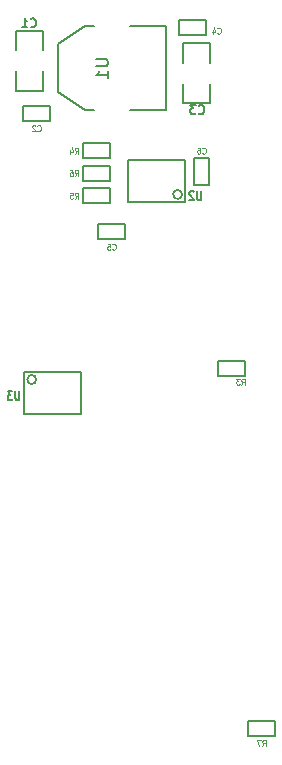
<source format=gbo>
%FSLAX46Y46*%
G04 Gerber Fmt 4.6, Leading zero omitted, Abs format (unit mm)*
G04 Created by KiCad (PCBNEW (2014-08-05 BZR 5054)-product) date sáb 13 sep 2014 12:17:28 COT*
%MOMM*%
G01*
G04 APERTURE LIST*
%ADD10C,0.100000*%
%ADD11C,0.127000*%
%ADD12C,0.203200*%
%ADD13C,0.114300*%
%ADD14C,0.158750*%
%ADD15C,0.160020*%
G04 APERTURE END LIST*
D10*
D11*
X133858000Y-88900000D02*
X131572000Y-88900000D01*
X131572000Y-88900000D02*
X131572000Y-87249000D01*
X133858000Y-85471000D02*
X133858000Y-83820000D01*
X133858000Y-83820000D02*
X131572000Y-83820000D01*
X131572000Y-83820000D02*
X131572000Y-85471000D01*
X133858000Y-87249000D02*
X133858000Y-88900000D01*
X134493000Y-90170000D02*
X132207000Y-90170000D01*
X132207000Y-90170000D02*
X132207000Y-91440000D01*
X132207000Y-91440000D02*
X134493000Y-91440000D01*
X134493000Y-91440000D02*
X134493000Y-90170000D01*
X148019900Y-89951000D02*
X145733900Y-89951000D01*
X145733900Y-89951000D02*
X145733900Y-88300000D01*
X148019900Y-86522000D02*
X148019900Y-84871000D01*
X148019900Y-84871000D02*
X145733900Y-84871000D01*
X145733900Y-84871000D02*
X145733900Y-86522000D01*
X148019900Y-88300000D02*
X148019900Y-89951000D01*
X145393400Y-84181200D02*
X147679400Y-84181200D01*
X147679400Y-84181200D02*
X147679400Y-82911200D01*
X147679400Y-82911200D02*
X145393400Y-82911200D01*
X145393400Y-82911200D02*
X145393400Y-84181200D01*
D12*
X141224000Y-83439000D02*
X144272000Y-83439000D01*
X144272000Y-83439000D02*
X144272000Y-90551000D01*
X144272000Y-90551000D02*
X141224000Y-90551000D01*
X138176000Y-83439000D02*
X137414000Y-83439000D01*
X137414000Y-83439000D02*
X135128000Y-84963000D01*
X135128000Y-84963000D02*
X135128000Y-89027000D01*
X135128000Y-89027000D02*
X137414000Y-90551000D01*
X137414000Y-90551000D02*
X138176000Y-90551000D01*
D11*
X140843000Y-100213300D02*
X138557000Y-100213300D01*
X138557000Y-100213300D02*
X138557000Y-101483300D01*
X138557000Y-101483300D02*
X140843000Y-101483300D01*
X140843000Y-101483300D02*
X140843000Y-100213300D01*
X146646600Y-94567000D02*
X146646600Y-96853000D01*
X146646600Y-96853000D02*
X147916600Y-96853000D01*
X147916600Y-96853000D02*
X147916600Y-94567000D01*
X147916600Y-94567000D02*
X146646600Y-94567000D01*
D12*
X145923000Y-94742000D02*
X141097000Y-94742000D01*
X141097000Y-94742000D02*
X141097000Y-98298000D01*
X141097000Y-98298000D02*
X145923000Y-98298000D01*
X145923000Y-98298000D02*
X145923000Y-94742000D01*
X145669000Y-97663000D02*
G75*
G03X145669000Y-97663000I-381000J0D01*
G74*
G01*
D11*
X148717000Y-113030000D02*
X151003000Y-113030000D01*
X151003000Y-113030000D02*
X151003000Y-111760000D01*
X151003000Y-111760000D02*
X148717000Y-111760000D01*
X148717000Y-111760000D02*
X148717000Y-113030000D01*
X139573000Y-93345000D02*
X137287000Y-93345000D01*
X137287000Y-93345000D02*
X137287000Y-94615000D01*
X137287000Y-94615000D02*
X139573000Y-94615000D01*
X139573000Y-94615000D02*
X139573000Y-93345000D01*
X137287000Y-98425000D02*
X139573000Y-98425000D01*
X139573000Y-98425000D02*
X139573000Y-97155000D01*
X139573000Y-97155000D02*
X137287000Y-97155000D01*
X137287000Y-97155000D02*
X137287000Y-98425000D01*
X137287000Y-96520000D02*
X139573000Y-96520000D01*
X139573000Y-96520000D02*
X139573000Y-95250000D01*
X139573000Y-95250000D02*
X137287000Y-95250000D01*
X137287000Y-95250000D02*
X137287000Y-96520000D01*
D12*
X132308000Y-116260500D02*
X137134000Y-116260500D01*
X137134000Y-116260500D02*
X137134000Y-112704500D01*
X137134000Y-112704500D02*
X132308000Y-112704500D01*
X132308000Y-112704500D02*
X132308000Y-116260500D01*
X133324000Y-113339500D02*
G75*
G03X133324000Y-113339500I-381000J0D01*
G74*
G01*
D11*
X153543000Y-142240000D02*
X151257000Y-142240000D01*
X151257000Y-142240000D02*
X151257000Y-143510000D01*
X151257000Y-143510000D02*
X153543000Y-143510000D01*
X153543000Y-143510000D02*
X153543000Y-142240000D01*
X132842000Y-83457143D02*
X132878286Y-83493429D01*
X132987143Y-83529714D01*
X133059714Y-83529714D01*
X133168571Y-83493429D01*
X133241143Y-83420857D01*
X133277428Y-83348286D01*
X133313714Y-83203143D01*
X133313714Y-83094286D01*
X133277428Y-82949143D01*
X133241143Y-82876571D01*
X133168571Y-82804000D01*
X133059714Y-82767714D01*
X132987143Y-82767714D01*
X132878286Y-82804000D01*
X132842000Y-82840286D01*
X132116286Y-83529714D02*
X132551714Y-83529714D01*
X132334000Y-83529714D02*
X132334000Y-82767714D01*
X132406571Y-82876571D01*
X132479143Y-82949143D01*
X132551714Y-82985429D01*
D13*
X133426200Y-92256429D02*
X133447971Y-92280619D01*
X133513285Y-92304810D01*
X133556828Y-92304810D01*
X133622143Y-92280619D01*
X133665685Y-92232238D01*
X133687457Y-92183857D01*
X133709228Y-92087095D01*
X133709228Y-92014524D01*
X133687457Y-91917762D01*
X133665685Y-91869381D01*
X133622143Y-91821000D01*
X133556828Y-91796810D01*
X133513285Y-91796810D01*
X133447971Y-91821000D01*
X133426200Y-91845190D01*
X133252028Y-91845190D02*
X133230257Y-91821000D01*
X133186714Y-91796810D01*
X133077857Y-91796810D01*
X133034314Y-91821000D01*
X133012543Y-91845190D01*
X132990771Y-91893571D01*
X132990771Y-91941952D01*
X133012543Y-92014524D01*
X133273800Y-92304810D01*
X132990771Y-92304810D01*
D11*
X147085900Y-90789743D02*
X147122186Y-90826029D01*
X147231043Y-90862314D01*
X147303614Y-90862314D01*
X147412471Y-90826029D01*
X147485043Y-90753457D01*
X147521328Y-90680886D01*
X147557614Y-90535743D01*
X147557614Y-90426886D01*
X147521328Y-90281743D01*
X147485043Y-90209171D01*
X147412471Y-90136600D01*
X147303614Y-90100314D01*
X147231043Y-90100314D01*
X147122186Y-90136600D01*
X147085900Y-90172886D01*
X146831900Y-90100314D02*
X146360186Y-90100314D01*
X146614186Y-90390600D01*
X146505328Y-90390600D01*
X146432757Y-90426886D01*
X146396471Y-90463171D01*
X146360186Y-90535743D01*
X146360186Y-90717171D01*
X146396471Y-90789743D01*
X146432757Y-90826029D01*
X146505328Y-90862314D01*
X146723043Y-90862314D01*
X146795614Y-90826029D01*
X146831900Y-90789743D01*
D13*
X148666200Y-84001429D02*
X148687971Y-84025619D01*
X148753285Y-84049810D01*
X148796828Y-84049810D01*
X148862143Y-84025619D01*
X148905685Y-83977238D01*
X148927457Y-83928857D01*
X148949228Y-83832095D01*
X148949228Y-83759524D01*
X148927457Y-83662762D01*
X148905685Y-83614381D01*
X148862143Y-83566000D01*
X148796828Y-83541810D01*
X148753285Y-83541810D01*
X148687971Y-83566000D01*
X148666200Y-83590190D01*
X148274314Y-83711143D02*
X148274314Y-84049810D01*
X148383171Y-83517619D02*
X148492028Y-83880476D01*
X148209000Y-83880476D01*
D12*
X138381619Y-86220905D02*
X139204095Y-86220905D01*
X139300857Y-86269286D01*
X139349238Y-86317667D01*
X139397619Y-86414429D01*
X139397619Y-86607952D01*
X139349238Y-86704714D01*
X139300857Y-86753095D01*
X139204095Y-86801476D01*
X138381619Y-86801476D01*
X139397619Y-87817476D02*
X139397619Y-87236905D01*
X139397619Y-87527191D02*
X138381619Y-87527191D01*
X138526762Y-87430429D01*
X138623524Y-87333667D01*
X138671905Y-87236905D01*
D13*
X139776200Y-102299729D02*
X139797971Y-102323919D01*
X139863285Y-102348110D01*
X139906828Y-102348110D01*
X139972143Y-102323919D01*
X140015685Y-102275538D01*
X140037457Y-102227157D01*
X140059228Y-102130395D01*
X140059228Y-102057824D01*
X140037457Y-101961062D01*
X140015685Y-101912681D01*
X139972143Y-101864300D01*
X139906828Y-101840110D01*
X139863285Y-101840110D01*
X139797971Y-101864300D01*
X139776200Y-101888490D01*
X139362543Y-101840110D02*
X139580257Y-101840110D01*
X139602028Y-102082014D01*
X139580257Y-102057824D01*
X139536714Y-102033633D01*
X139427857Y-102033633D01*
X139384314Y-102057824D01*
X139362543Y-102082014D01*
X139340771Y-102130395D01*
X139340771Y-102251348D01*
X139362543Y-102299729D01*
X139384314Y-102323919D01*
X139427857Y-102348110D01*
X139536714Y-102348110D01*
X139580257Y-102323919D01*
X139602028Y-102299729D01*
X147396200Y-94161429D02*
X147417971Y-94185619D01*
X147483285Y-94209810D01*
X147526828Y-94209810D01*
X147592143Y-94185619D01*
X147635685Y-94137238D01*
X147657457Y-94088857D01*
X147679228Y-93992095D01*
X147679228Y-93919524D01*
X147657457Y-93822762D01*
X147635685Y-93774381D01*
X147592143Y-93726000D01*
X147526828Y-93701810D01*
X147483285Y-93701810D01*
X147417971Y-93726000D01*
X147396200Y-93750190D01*
X147004314Y-93701810D02*
X147091400Y-93701810D01*
X147134943Y-93726000D01*
X147156714Y-93750190D01*
X147200257Y-93822762D01*
X147222028Y-93919524D01*
X147222028Y-94113048D01*
X147200257Y-94161429D01*
X147178485Y-94185619D01*
X147134943Y-94209810D01*
X147047857Y-94209810D01*
X147004314Y-94185619D01*
X146982543Y-94161429D01*
X146960771Y-94113048D01*
X146960771Y-93992095D01*
X146982543Y-93943714D01*
X147004314Y-93919524D01*
X147047857Y-93895333D01*
X147134943Y-93895333D01*
X147178485Y-93919524D01*
X147200257Y-93943714D01*
X147222028Y-93992095D01*
D14*
X147295810Y-97372714D02*
X147295810Y-97989571D01*
X147265571Y-98062143D01*
X147235333Y-98098429D01*
X147174857Y-98134714D01*
X147053905Y-98134714D01*
X146993429Y-98098429D01*
X146963190Y-98062143D01*
X146932952Y-97989571D01*
X146932952Y-97372714D01*
X146660810Y-97445286D02*
X146630572Y-97409000D01*
X146570095Y-97372714D01*
X146418905Y-97372714D01*
X146358429Y-97409000D01*
X146328191Y-97445286D01*
X146297952Y-97517857D01*
X146297952Y-97590429D01*
X146328191Y-97699286D01*
X146691048Y-98134714D01*
X146297952Y-98134714D01*
D15*
D13*
X150698200Y-113767810D02*
X150850600Y-113525905D01*
X150959457Y-113767810D02*
X150959457Y-113259810D01*
X150785285Y-113259810D01*
X150741743Y-113284000D01*
X150719971Y-113308190D01*
X150698200Y-113356571D01*
X150698200Y-113429143D01*
X150719971Y-113477524D01*
X150741743Y-113501714D01*
X150785285Y-113525905D01*
X150959457Y-113525905D01*
X150545800Y-113259810D02*
X150262771Y-113259810D01*
X150415171Y-113453333D01*
X150349857Y-113453333D01*
X150306314Y-113477524D01*
X150284543Y-113501714D01*
X150262771Y-113550095D01*
X150262771Y-113671048D01*
X150284543Y-113719429D01*
X150306314Y-113743619D01*
X150349857Y-113767810D01*
X150480485Y-113767810D01*
X150524028Y-113743619D01*
X150545800Y-113719429D01*
X136601200Y-94209810D02*
X136753600Y-93967905D01*
X136862457Y-94209810D02*
X136862457Y-93701810D01*
X136688285Y-93701810D01*
X136644743Y-93726000D01*
X136622971Y-93750190D01*
X136601200Y-93798571D01*
X136601200Y-93871143D01*
X136622971Y-93919524D01*
X136644743Y-93943714D01*
X136688285Y-93967905D01*
X136862457Y-93967905D01*
X136209314Y-93871143D02*
X136209314Y-94209810D01*
X136318171Y-93677619D02*
X136427028Y-94040476D01*
X136144000Y-94040476D01*
X136601200Y-98019810D02*
X136753600Y-97777905D01*
X136862457Y-98019810D02*
X136862457Y-97511810D01*
X136688285Y-97511810D01*
X136644743Y-97536000D01*
X136622971Y-97560190D01*
X136601200Y-97608571D01*
X136601200Y-97681143D01*
X136622971Y-97729524D01*
X136644743Y-97753714D01*
X136688285Y-97777905D01*
X136862457Y-97777905D01*
X136187543Y-97511810D02*
X136405257Y-97511810D01*
X136427028Y-97753714D01*
X136405257Y-97729524D01*
X136361714Y-97705333D01*
X136252857Y-97705333D01*
X136209314Y-97729524D01*
X136187543Y-97753714D01*
X136165771Y-97802095D01*
X136165771Y-97923048D01*
X136187543Y-97971429D01*
X136209314Y-97995619D01*
X136252857Y-98019810D01*
X136361714Y-98019810D01*
X136405257Y-97995619D01*
X136427028Y-97971429D01*
X136601200Y-96114810D02*
X136753600Y-95872905D01*
X136862457Y-96114810D02*
X136862457Y-95606810D01*
X136688285Y-95606810D01*
X136644743Y-95631000D01*
X136622971Y-95655190D01*
X136601200Y-95703571D01*
X136601200Y-95776143D01*
X136622971Y-95824524D01*
X136644743Y-95848714D01*
X136688285Y-95872905D01*
X136862457Y-95872905D01*
X136209314Y-95606810D02*
X136296400Y-95606810D01*
X136339943Y-95631000D01*
X136361714Y-95655190D01*
X136405257Y-95727762D01*
X136427028Y-95824524D01*
X136427028Y-96018048D01*
X136405257Y-96066429D01*
X136383485Y-96090619D01*
X136339943Y-96114810D01*
X136252857Y-96114810D01*
X136209314Y-96090619D01*
X136187543Y-96066429D01*
X136165771Y-96018048D01*
X136165771Y-95897095D01*
X136187543Y-95848714D01*
X136209314Y-95824524D01*
X136252857Y-95800333D01*
X136339943Y-95800333D01*
X136383485Y-95824524D01*
X136405257Y-95848714D01*
X136427028Y-95897095D01*
D14*
X131902810Y-114319214D02*
X131902810Y-114936071D01*
X131872571Y-115008643D01*
X131842333Y-115044929D01*
X131781857Y-115081214D01*
X131660905Y-115081214D01*
X131600429Y-115044929D01*
X131570190Y-115008643D01*
X131539952Y-114936071D01*
X131539952Y-114319214D01*
X131298048Y-114319214D02*
X130904952Y-114319214D01*
X131116619Y-114609500D01*
X131025905Y-114609500D01*
X130965429Y-114645786D01*
X130935191Y-114682071D01*
X130904952Y-114754643D01*
X130904952Y-114936071D01*
X130935191Y-115008643D01*
X130965429Y-115044929D01*
X131025905Y-115081214D01*
X131207333Y-115081214D01*
X131267810Y-115044929D01*
X131298048Y-115008643D01*
D15*
D13*
X152476200Y-144374810D02*
X152628600Y-144132905D01*
X152737457Y-144374810D02*
X152737457Y-143866810D01*
X152563285Y-143866810D01*
X152519743Y-143891000D01*
X152497971Y-143915190D01*
X152476200Y-143963571D01*
X152476200Y-144036143D01*
X152497971Y-144084524D01*
X152519743Y-144108714D01*
X152563285Y-144132905D01*
X152737457Y-144132905D01*
X152323800Y-143866810D02*
X152019000Y-143866810D01*
X152214943Y-144374810D01*
M02*

</source>
